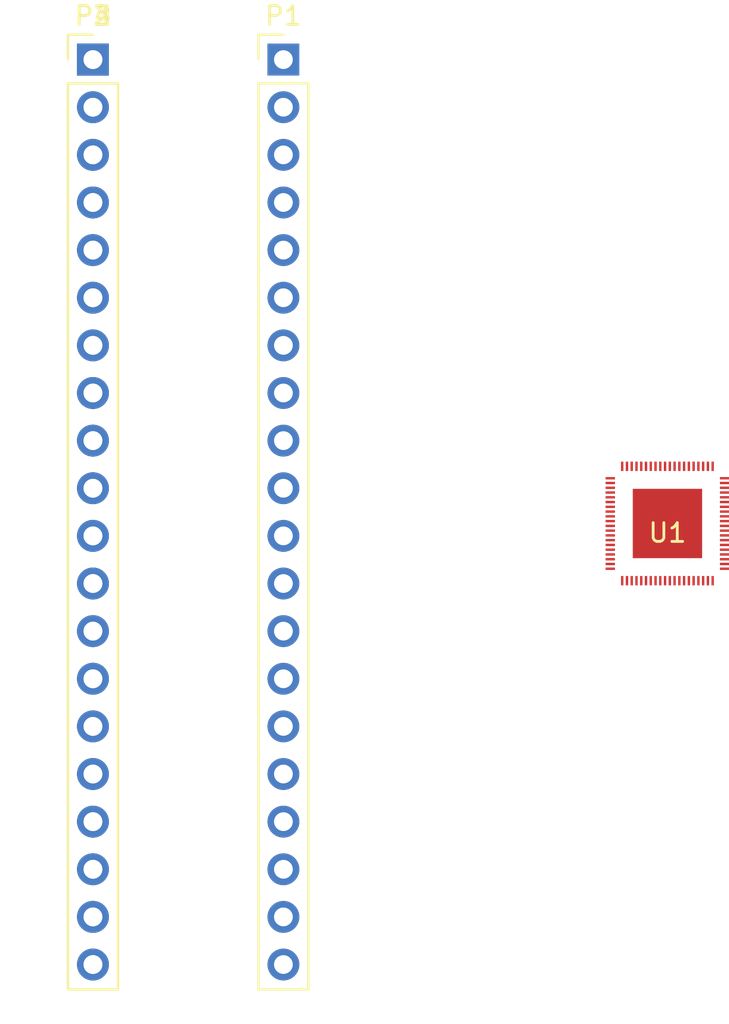
<source format=kicad_pcb>
(kicad_pcb (version 4) (host pcbnew 4.0.1-stable)

  (general
    (links 20)
    (no_connects 20)
    (area 0 0 0 0)
    (thickness 1.6)
    (drawings 0)
    (tracks 0)
    (zones 0)
    (modules 5)
    (nets 21)
  )

  (page A4)
  (layers
    (0 F.Cu signal)
    (31 B.Cu signal)
    (32 B.Adhes user)
    (33 F.Adhes user)
    (34 B.Paste user)
    (35 F.Paste user)
    (36 B.SilkS user)
    (37 F.SilkS user)
    (38 B.Mask user)
    (39 F.Mask user)
    (40 Dwgs.User user)
    (41 Cmts.User user)
    (42 Eco1.User user)
    (43 Eco2.User user)
    (44 Edge.Cuts user)
    (45 Margin user)
    (46 B.CrtYd user)
    (47 F.CrtYd user)
    (48 B.Fab user)
    (49 F.Fab user)
  )

  (setup
    (last_trace_width 0.25)
    (trace_clearance 0.2)
    (zone_clearance 0.508)
    (zone_45_only no)
    (trace_min 0.2)
    (segment_width 0.2)
    (edge_width 0.15)
    (via_size 0.8)
    (via_drill 0.4)
    (via_min_size 0.8)
    (via_min_drill 0.4)
    (uvia_size 0.3)
    (uvia_drill 0.1)
    (uvias_allowed no)
    (uvia_min_size 0.2)
    (uvia_min_drill 0.1)
    (pcb_text_width 0.3)
    (pcb_text_size 1.5 1.5)
    (mod_edge_width 0.15)
    (mod_text_size 1 1)
    (mod_text_width 0.15)
    (pad_size 1.524 1.524)
    (pad_drill 0.762)
    (pad_to_mask_clearance 0.2)
    (aux_axis_origin 0 0)
    (visible_elements 7FFFFFFF)
    (pcbplotparams
      (layerselection 0x00030_80000001)
      (usegerberextensions false)
      (excludeedgelayer true)
      (linewidth 0.100000)
      (plotframeref false)
      (viasonmask false)
      (mode 1)
      (useauxorigin false)
      (hpglpennumber 1)
      (hpglpenspeed 20)
      (hpglpendiameter 15)
      (hpglpenoverlay 2)
      (psnegative false)
      (psa4output false)
      (plotreference true)
      (plotvalue true)
      (plotinvisibletext false)
      (padsonsilk false)
      (subtractmaskfromsilk false)
      (outputformat 1)
      (mirror false)
      (drillshape 1)
      (scaleselection 1)
      (outputdirectory ""))
  )

  (net 0 "")
  (net 1 "Net-(P1-Pad1)")
  (net 2 "Net-(P1-Pad2)")
  (net 3 "Net-(P1-Pad3)")
  (net 4 "Net-(P1-Pad4)")
  (net 5 "Net-(P1-Pad5)")
  (net 6 "Net-(P1-Pad6)")
  (net 7 "Net-(P1-Pad7)")
  (net 8 "Net-(P1-Pad8)")
  (net 9 "Net-(P1-Pad9)")
  (net 10 "Net-(P1-Pad10)")
  (net 11 "Net-(P1-Pad11)")
  (net 12 "Net-(P1-Pad12)")
  (net 13 "Net-(P1-Pad13)")
  (net 14 "Net-(P1-Pad14)")
  (net 15 "Net-(P1-Pad15)")
  (net 16 "Net-(P1-Pad16)")
  (net 17 "Net-(P1-Pad17)")
  (net 18 "Net-(P1-Pad18)")
  (net 19 "Net-(P1-Pad19)")
  (net 20 "Net-(P1-Pad20)")

  (net_class Default "これは標準のネット クラスです。"
    (clearance 0.2)
    (trace_width 0.25)
    (via_dia 0.8)
    (via_drill 0.4)
    (uvia_dia 0.3)
    (uvia_drill 0.1)
    (add_net "Net-(P1-Pad1)")
    (add_net "Net-(P1-Pad10)")
    (add_net "Net-(P1-Pad11)")
    (add_net "Net-(P1-Pad12)")
    (add_net "Net-(P1-Pad13)")
    (add_net "Net-(P1-Pad14)")
    (add_net "Net-(P1-Pad15)")
    (add_net "Net-(P1-Pad16)")
    (add_net "Net-(P1-Pad17)")
    (add_net "Net-(P1-Pad18)")
    (add_net "Net-(P1-Pad19)")
    (add_net "Net-(P1-Pad2)")
    (add_net "Net-(P1-Pad20)")
    (add_net "Net-(P1-Pad3)")
    (add_net "Net-(P1-Pad4)")
    (add_net "Net-(P1-Pad5)")
    (add_net "Net-(P1-Pad6)")
    (add_net "Net-(P1-Pad7)")
    (add_net "Net-(P1-Pad8)")
    (add_net "Net-(P1-Pad9)")
  )

  (module dragonASICTestBoard:die80 (layer F.Cu) (tedit 5A5B82AA) (tstamp 5A5B8AE5)
    (at 148.5011 105.0036)
    (path /5A5B893E)
    (fp_text reference U1 (at 0 0.5) (layer F.SilkS)
      (effects (font (size 1 1) (thickness 0.15)))
    )
    (fp_text value die80 (at 0 -0.5) (layer F.Fab)
      (effects (font (size 1 1) (thickness 0.15)))
    )
    (pad 61 smd rect (at -3.05 -2.413 180) (size 0.5 0.127) (layers F.Cu F.Paste F.Mask)
      (net 1 "Net-(P1-Pad1)"))
    (pad 41 smd rect (at 2.413 -3.05 270) (size 0.5 0.127) (layers F.Cu F.Paste F.Mask))
    (pad 1 smd rect (at -2.413 3.05 270) (size 0.5 0.127) (layers F.Cu F.Paste F.Mask))
    (pad 0 smd rect (at 0 0) (size 3.7 3.7) (layers F.Cu F.Paste F.Mask))
    (pad 21 smd rect (at 3.05 2.413 180) (size 0.5 0.127) (layers F.Cu F.Paste F.Mask))
    (pad 22 smd rect (at 3.05 2.159 180) (size 0.5 0.127) (layers F.Cu F.Paste F.Mask))
    (pad 23 smd rect (at 3.05 1.905 180) (size 0.5 0.127) (layers F.Cu F.Paste F.Mask))
    (pad 24 smd rect (at 3.05 1.651 180) (size 0.5 0.127) (layers F.Cu F.Paste F.Mask))
    (pad 25 smd rect (at 3.05 1.397 180) (size 0.5 0.127) (layers F.Cu F.Paste F.Mask))
    (pad 26 smd rect (at 3.05 1.143 180) (size 0.5 0.127) (layers F.Cu F.Paste F.Mask))
    (pad 27 smd rect (at 3.05 0.889 180) (size 0.5 0.127) (layers F.Cu F.Paste F.Mask))
    (pad 28 smd rect (at 3.05 0.635 180) (size 0.5 0.127) (layers F.Cu F.Paste F.Mask))
    (pad 29 smd rect (at 3.05 0.381 180) (size 0.5 0.127) (layers F.Cu F.Paste F.Mask))
    (pad 30 smd rect (at 3.05 0.127 180) (size 0.5 0.127) (layers F.Cu F.Paste F.Mask))
    (pad 31 smd rect (at 3.05 -0.127 180) (size 0.5 0.127) (layers F.Cu F.Paste F.Mask))
    (pad 32 smd rect (at 3.05 -0.381 180) (size 0.5 0.127) (layers F.Cu F.Paste F.Mask))
    (pad 33 smd rect (at 3.05 -0.635 180) (size 0.5 0.127) (layers F.Cu F.Paste F.Mask))
    (pad 34 smd rect (at 3.05 -0.889 180) (size 0.5 0.127) (layers F.Cu F.Paste F.Mask))
    (pad 35 smd rect (at 3.05 -1.143 180) (size 0.5 0.127) (layers F.Cu F.Paste F.Mask))
    (pad 36 smd rect (at 3.05 -1.397 180) (size 0.5 0.127) (layers F.Cu F.Paste F.Mask))
    (pad 37 smd rect (at 3.05 -1.651 180) (size 0.5 0.127) (layers F.Cu F.Paste F.Mask))
    (pad 38 smd rect (at 3.05 -1.905 180) (size 0.5 0.127) (layers F.Cu F.Paste F.Mask))
    (pad 39 smd rect (at 3.05 -2.159 180) (size 0.5 0.127) (layers F.Cu F.Paste F.Mask))
    (pad 40 smd rect (at 3.05 -2.413 180) (size 0.5 0.127) (layers F.Cu F.Paste F.Mask))
    (pad 2 smd rect (at -2.159 3.05 270) (size 0.5 0.127) (layers F.Cu F.Paste F.Mask))
    (pad 3 smd rect (at -1.905 3.05 270) (size 0.5 0.127) (layers F.Cu F.Paste F.Mask))
    (pad 4 smd rect (at -1.651 3.05 270) (size 0.5 0.127) (layers F.Cu F.Paste F.Mask))
    (pad 5 smd rect (at -1.397 3.05 270) (size 0.5 0.127) (layers F.Cu F.Paste F.Mask))
    (pad 6 smd rect (at -1.143 3.05 270) (size 0.5 0.127) (layers F.Cu F.Paste F.Mask))
    (pad 7 smd rect (at -0.889 3.05 270) (size 0.5 0.127) (layers F.Cu F.Paste F.Mask))
    (pad 8 smd rect (at -0.635 3.05 270) (size 0.5 0.127) (layers F.Cu F.Paste F.Mask))
    (pad 9 smd rect (at -0.381 3.05 270) (size 0.5 0.127) (layers F.Cu F.Paste F.Mask))
    (pad 10 smd rect (at -0.127 3.05 270) (size 0.5 0.127) (layers F.Cu F.Paste F.Mask))
    (pad 11 smd rect (at 0.127 3.05 270) (size 0.5 0.127) (layers F.Cu F.Paste F.Mask))
    (pad 12 smd rect (at 0.381 3.05 270) (size 0.5 0.127) (layers F.Cu F.Paste F.Mask))
    (pad 13 smd rect (at 0.635 3.05 270) (size 0.5 0.127) (layers F.Cu F.Paste F.Mask))
    (pad 14 smd rect (at 0.889 3.05 270) (size 0.5 0.127) (layers F.Cu F.Paste F.Mask))
    (pad 15 smd rect (at 1.143 3.05 270) (size 0.5 0.127) (layers F.Cu F.Paste F.Mask))
    (pad 16 smd rect (at 1.397 3.05 270) (size 0.5 0.127) (layers F.Cu F.Paste F.Mask))
    (pad 17 smd rect (at 1.651 3.05 270) (size 0.5 0.127) (layers F.Cu F.Paste F.Mask))
    (pad 18 smd rect (at 1.905 3.05 270) (size 0.5 0.127) (layers F.Cu F.Paste F.Mask))
    (pad 19 smd rect (at 2.159 3.05 270) (size 0.5 0.127) (layers F.Cu F.Paste F.Mask))
    (pad 20 smd rect (at 2.413 3.05 270) (size 0.5 0.127) (layers F.Cu F.Paste F.Mask))
    (pad 42 smd rect (at 2.159 -3.05 270) (size 0.5 0.127) (layers F.Cu F.Paste F.Mask))
    (pad 43 smd rect (at 1.905 -3.05 270) (size 0.5 0.127) (layers F.Cu F.Paste F.Mask))
    (pad 44 smd rect (at 1.651 -3.05 270) (size 0.5 0.127) (layers F.Cu F.Paste F.Mask))
    (pad 45 smd rect (at 1.397 -3.05 270) (size 0.5 0.127) (layers F.Cu F.Paste F.Mask))
    (pad 46 smd rect (at 1.143 -3.05 270) (size 0.5 0.127) (layers F.Cu F.Paste F.Mask))
    (pad 47 smd rect (at 0.889 -3.05 270) (size 0.5 0.127) (layers F.Cu F.Paste F.Mask))
    (pad 48 smd rect (at 0.635 -3.05 270) (size 0.5 0.127) (layers F.Cu F.Paste F.Mask))
    (pad 49 smd rect (at 0.381 -3.05 270) (size 0.5 0.127) (layers F.Cu F.Paste F.Mask))
    (pad 50 smd rect (at 0.127 -3.05 270) (size 0.5 0.127) (layers F.Cu F.Paste F.Mask))
    (pad 51 smd rect (at -0.127 -3.05 270) (size 0.5 0.127) (layers F.Cu F.Paste F.Mask))
    (pad 52 smd rect (at -0.381 -3.05 270) (size 0.5 0.127) (layers F.Cu F.Paste F.Mask))
    (pad 53 smd rect (at -0.635 -3.05 270) (size 0.5 0.127) (layers F.Cu F.Paste F.Mask))
    (pad 54 smd rect (at -0.889 -3.05 270) (size 0.5 0.127) (layers F.Cu F.Paste F.Mask))
    (pad 55 smd rect (at -1.143 -3.05 270) (size 0.5 0.127) (layers F.Cu F.Paste F.Mask))
    (pad 56 smd rect (at -1.397 -3.05 270) (size 0.5 0.127) (layers F.Cu F.Paste F.Mask))
    (pad 57 smd rect (at -1.651 -3.05 270) (size 0.5 0.127) (layers F.Cu F.Paste F.Mask))
    (pad 58 smd rect (at -1.905 -3.05 270) (size 0.5 0.127) (layers F.Cu F.Paste F.Mask))
    (pad 59 smd rect (at -2.159 -3.05 270) (size 0.5 0.127) (layers F.Cu F.Paste F.Mask))
    (pad 60 smd rect (at -2.413 -3.05 270) (size 0.5 0.127) (layers F.Cu F.Paste F.Mask))
    (pad 62 smd rect (at -3.05 -2.159 180) (size 0.5 0.127) (layers F.Cu F.Paste F.Mask)
      (net 2 "Net-(P1-Pad2)"))
    (pad 63 smd rect (at -3.05 -1.905 180) (size 0.5 0.127) (layers F.Cu F.Paste F.Mask)
      (net 3 "Net-(P1-Pad3)"))
    (pad 64 smd rect (at -3.05 -1.651 180) (size 0.5 0.127) (layers F.Cu F.Paste F.Mask)
      (net 4 "Net-(P1-Pad4)"))
    (pad 65 smd rect (at -3.05 -1.397 180) (size 0.5 0.127) (layers F.Cu F.Paste F.Mask)
      (net 5 "Net-(P1-Pad5)"))
    (pad 66 smd rect (at -3.05 -1.143 180) (size 0.5 0.127) (layers F.Cu F.Paste F.Mask)
      (net 6 "Net-(P1-Pad6)"))
    (pad 67 smd rect (at -3.05 -0.889 180) (size 0.5 0.127) (layers F.Cu F.Paste F.Mask)
      (net 7 "Net-(P1-Pad7)"))
    (pad 68 smd rect (at -3.05 -0.635 180) (size 0.5 0.127) (layers F.Cu F.Paste F.Mask)
      (net 8 "Net-(P1-Pad8)"))
    (pad 69 smd rect (at -3.05 -0.381 180) (size 0.5 0.127) (layers F.Cu F.Paste F.Mask)
      (net 9 "Net-(P1-Pad9)"))
    (pad 70 smd rect (at -3.05 -0.127 180) (size 0.5 0.127) (layers F.Cu F.Paste F.Mask)
      (net 10 "Net-(P1-Pad10)"))
    (pad 71 smd rect (at -3.05 0.127 180) (size 0.5 0.127) (layers F.Cu F.Paste F.Mask)
      (net 11 "Net-(P1-Pad11)"))
    (pad 72 smd rect (at -3.05 0.381 180) (size 0.5 0.127) (layers F.Cu F.Paste F.Mask)
      (net 12 "Net-(P1-Pad12)"))
    (pad 73 smd rect (at -3.05 0.635 180) (size 0.5 0.127) (layers F.Cu F.Paste F.Mask)
      (net 13 "Net-(P1-Pad13)"))
    (pad 74 smd rect (at -3.05 0.889 180) (size 0.5 0.127) (layers F.Cu F.Paste F.Mask)
      (net 14 "Net-(P1-Pad14)"))
    (pad 75 smd rect (at -3.05 1.143 180) (size 0.5 0.127) (layers F.Cu F.Paste F.Mask)
      (net 15 "Net-(P1-Pad15)"))
    (pad 76 smd rect (at -3.05 1.397 180) (size 0.5 0.127) (layers F.Cu F.Paste F.Mask)
      (net 16 "Net-(P1-Pad16)"))
    (pad 77 smd rect (at -3.05 1.651 180) (size 0.5 0.127) (layers F.Cu F.Paste F.Mask)
      (net 17 "Net-(P1-Pad17)"))
    (pad 78 smd rect (at -3.05 1.905 180) (size 0.5 0.127) (layers F.Cu F.Paste F.Mask)
      (net 18 "Net-(P1-Pad18)"))
    (pad 79 smd rect (at -3.05 2.159 180) (size 0.5 0.127) (layers F.Cu F.Paste F.Mask)
      (net 19 "Net-(P1-Pad19)"))
    (pad 80 smd rect (at -3.05 2.413 180) (size 0.5 0.127) (layers F.Cu F.Paste F.Mask)
      (net 20 "Net-(P1-Pad20)"))
  )

  (module Pin_Headers:Pin_Header_Straight_1x20_Pitch2.54mm (layer F.Cu) (tedit 59650532) (tstamp 5A5B8EA6)
    (at 128.016 80.264)
    (descr "Through hole straight pin header, 1x20, 2.54mm pitch, single row")
    (tags "Through hole pin header THT 1x20 2.54mm single row")
    (path /5A5B901F)
    (fp_text reference P1 (at 0 -2.33) (layer F.SilkS)
      (effects (font (size 1 1) (thickness 0.15)))
    )
    (fp_text value CONN_01X20 (at 0 50.59) (layer F.Fab)
      (effects (font (size 1 1) (thickness 0.15)))
    )
    (fp_line (start -0.635 -1.27) (end 1.27 -1.27) (layer F.Fab) (width 0.1))
    (fp_line (start 1.27 -1.27) (end 1.27 49.53) (layer F.Fab) (width 0.1))
    (fp_line (start 1.27 49.53) (end -1.27 49.53) (layer F.Fab) (width 0.1))
    (fp_line (start -1.27 49.53) (end -1.27 -0.635) (layer F.Fab) (width 0.1))
    (fp_line (start -1.27 -0.635) (end -0.635 -1.27) (layer F.Fab) (width 0.1))
    (fp_line (start -1.33 49.59) (end 1.33 49.59) (layer F.SilkS) (width 0.12))
    (fp_line (start -1.33 1.27) (end -1.33 49.59) (layer F.SilkS) (width 0.12))
    (fp_line (start 1.33 1.27) (end 1.33 49.59) (layer F.SilkS) (width 0.12))
    (fp_line (start -1.33 1.27) (end 1.33 1.27) (layer F.SilkS) (width 0.12))
    (fp_line (start -1.33 0) (end -1.33 -1.33) (layer F.SilkS) (width 0.12))
    (fp_line (start -1.33 -1.33) (end 0 -1.33) (layer F.SilkS) (width 0.12))
    (fp_line (start -1.8 -1.8) (end -1.8 50.05) (layer F.CrtYd) (width 0.05))
    (fp_line (start -1.8 50.05) (end 1.8 50.05) (layer F.CrtYd) (width 0.05))
    (fp_line (start 1.8 50.05) (end 1.8 -1.8) (layer F.CrtYd) (width 0.05))
    (fp_line (start 1.8 -1.8) (end -1.8 -1.8) (layer F.CrtYd) (width 0.05))
    (fp_text user %R (at 0 24.13 90) (layer F.Fab)
      (effects (font (size 1 1) (thickness 0.15)))
    )
    (pad 1 thru_hole rect (at 0 0) (size 1.7 1.7) (drill 1) (layers *.Cu *.Mask)
      (net 1 "Net-(P1-Pad1)"))
    (pad 2 thru_hole oval (at 0 2.54) (size 1.7 1.7) (drill 1) (layers *.Cu *.Mask)
      (net 2 "Net-(P1-Pad2)"))
    (pad 3 thru_hole oval (at 0 5.08) (size 1.7 1.7) (drill 1) (layers *.Cu *.Mask)
      (net 3 "Net-(P1-Pad3)"))
    (pad 4 thru_hole oval (at 0 7.62) (size 1.7 1.7) (drill 1) (layers *.Cu *.Mask)
      (net 4 "Net-(P1-Pad4)"))
    (pad 5 thru_hole oval (at 0 10.16) (size 1.7 1.7) (drill 1) (layers *.Cu *.Mask)
      (net 5 "Net-(P1-Pad5)"))
    (pad 6 thru_hole oval (at 0 12.7) (size 1.7 1.7) (drill 1) (layers *.Cu *.Mask)
      (net 6 "Net-(P1-Pad6)"))
    (pad 7 thru_hole oval (at 0 15.24) (size 1.7 1.7) (drill 1) (layers *.Cu *.Mask)
      (net 7 "Net-(P1-Pad7)"))
    (pad 8 thru_hole oval (at 0 17.78) (size 1.7 1.7) (drill 1) (layers *.Cu *.Mask)
      (net 8 "Net-(P1-Pad8)"))
    (pad 9 thru_hole oval (at 0 20.32) (size 1.7 1.7) (drill 1) (layers *.Cu *.Mask)
      (net 9 "Net-(P1-Pad9)"))
    (pad 10 thru_hole oval (at 0 22.86) (size 1.7 1.7) (drill 1) (layers *.Cu *.Mask)
      (net 10 "Net-(P1-Pad10)"))
    (pad 11 thru_hole oval (at 0 25.4) (size 1.7 1.7) (drill 1) (layers *.Cu *.Mask)
      (net 11 "Net-(P1-Pad11)"))
    (pad 12 thru_hole oval (at 0 27.94) (size 1.7 1.7) (drill 1) (layers *.Cu *.Mask)
      (net 12 "Net-(P1-Pad12)"))
    (pad 13 thru_hole oval (at 0 30.48) (size 1.7 1.7) (drill 1) (layers *.Cu *.Mask)
      (net 13 "Net-(P1-Pad13)"))
    (pad 14 thru_hole oval (at 0 33.02) (size 1.7 1.7) (drill 1) (layers *.Cu *.Mask)
      (net 14 "Net-(P1-Pad14)"))
    (pad 15 thru_hole oval (at 0 35.56) (size 1.7 1.7) (drill 1) (layers *.Cu *.Mask)
      (net 15 "Net-(P1-Pad15)"))
    (pad 16 thru_hole oval (at 0 38.1) (size 1.7 1.7) (drill 1) (layers *.Cu *.Mask)
      (net 16 "Net-(P1-Pad16)"))
    (pad 17 thru_hole oval (at 0 40.64) (size 1.7 1.7) (drill 1) (layers *.Cu *.Mask)
      (net 17 "Net-(P1-Pad17)"))
    (pad 18 thru_hole oval (at 0 43.18) (size 1.7 1.7) (drill 1) (layers *.Cu *.Mask)
      (net 18 "Net-(P1-Pad18)"))
    (pad 19 thru_hole oval (at 0 45.72) (size 1.7 1.7) (drill 1) (layers *.Cu *.Mask)
      (net 19 "Net-(P1-Pad19)"))
    (pad 20 thru_hole oval (at 0 48.26) (size 1.7 1.7) (drill 1) (layers *.Cu *.Mask)
      (net 20 "Net-(P1-Pad20)"))
    (model ${KISYS3DMOD}/Pin_Headers.3dshapes/Pin_Header_Straight_1x20_Pitch2.54mm.wrl
      (at (xyz 0 0 0))
      (scale (xyz 1 1 1))
      (rotate (xyz 0 0 0))
    )
  )

  (module Pin_Headers:Pin_Header_Straight_1x20_Pitch2.54mm (layer F.Cu) (tedit 59650532) (tstamp 5A5B8EBE)
    (at 117.856 80.264)
    (descr "Through hole straight pin header, 1x20, 2.54mm pitch, single row")
    (tags "Through hole pin header THT 1x20 2.54mm single row")
    (path /5A5B9013)
    (fp_text reference P2 (at 0 -2.33) (layer F.SilkS)
      (effects (font (size 1 1) (thickness 0.15)))
    )
    (fp_text value CONN_01X20 (at 0 50.59) (layer F.Fab)
      (effects (font (size 1 1) (thickness 0.15)))
    )
    (fp_line (start -0.635 -1.27) (end 1.27 -1.27) (layer F.Fab) (width 0.1))
    (fp_line (start 1.27 -1.27) (end 1.27 49.53) (layer F.Fab) (width 0.1))
    (fp_line (start 1.27 49.53) (end -1.27 49.53) (layer F.Fab) (width 0.1))
    (fp_line (start -1.27 49.53) (end -1.27 -0.635) (layer F.Fab) (width 0.1))
    (fp_line (start -1.27 -0.635) (end -0.635 -1.27) (layer F.Fab) (width 0.1))
    (fp_line (start -1.33 49.59) (end 1.33 49.59) (layer F.SilkS) (width 0.12))
    (fp_line (start -1.33 1.27) (end -1.33 49.59) (layer F.SilkS) (width 0.12))
    (fp_line (start 1.33 1.27) (end 1.33 49.59) (layer F.SilkS) (width 0.12))
    (fp_line (start -1.33 1.27) (end 1.33 1.27) (layer F.SilkS) (width 0.12))
    (fp_line (start -1.33 0) (end -1.33 -1.33) (layer F.SilkS) (width 0.12))
    (fp_line (start -1.33 -1.33) (end 0 -1.33) (layer F.SilkS) (width 0.12))
    (fp_line (start -1.8 -1.8) (end -1.8 50.05) (layer F.CrtYd) (width 0.05))
    (fp_line (start -1.8 50.05) (end 1.8 50.05) (layer F.CrtYd) (width 0.05))
    (fp_line (start 1.8 50.05) (end 1.8 -1.8) (layer F.CrtYd) (width 0.05))
    (fp_line (start 1.8 -1.8) (end -1.8 -1.8) (layer F.CrtYd) (width 0.05))
    (fp_text user %R (at 0 24.13 90) (layer F.Fab)
      (effects (font (size 1 1) (thickness 0.15)))
    )
    (pad 1 thru_hole rect (at 0 0) (size 1.7 1.7) (drill 1) (layers *.Cu *.Mask))
    (pad 2 thru_hole oval (at 0 2.54) (size 1.7 1.7) (drill 1) (layers *.Cu *.Mask))
    (pad 3 thru_hole oval (at 0 5.08) (size 1.7 1.7) (drill 1) (layers *.Cu *.Mask))
    (pad 4 thru_hole oval (at 0 7.62) (size 1.7 1.7) (drill 1) (layers *.Cu *.Mask))
    (pad 5 thru_hole oval (at 0 10.16) (size 1.7 1.7) (drill 1) (layers *.Cu *.Mask))
    (pad 6 thru_hole oval (at 0 12.7) (size 1.7 1.7) (drill 1) (layers *.Cu *.Mask))
    (pad 7 thru_hole oval (at 0 15.24) (size 1.7 1.7) (drill 1) (layers *.Cu *.Mask))
    (pad 8 thru_hole oval (at 0 17.78) (size 1.7 1.7) (drill 1) (layers *.Cu *.Mask))
    (pad 9 thru_hole oval (at 0 20.32) (size 1.7 1.7) (drill 1) (layers *.Cu *.Mask))
    (pad 10 thru_hole oval (at 0 22.86) (size 1.7 1.7) (drill 1) (layers *.Cu *.Mask))
    (pad 11 thru_hole oval (at 0 25.4) (size 1.7 1.7) (drill 1) (layers *.Cu *.Mask))
    (pad 12 thru_hole oval (at 0 27.94) (size 1.7 1.7) (drill 1) (layers *.Cu *.Mask))
    (pad 13 thru_hole oval (at 0 30.48) (size 1.7 1.7) (drill 1) (layers *.Cu *.Mask))
    (pad 14 thru_hole oval (at 0 33.02) (size 1.7 1.7) (drill 1) (layers *.Cu *.Mask))
    (pad 15 thru_hole oval (at 0 35.56) (size 1.7 1.7) (drill 1) (layers *.Cu *.Mask))
    (pad 16 thru_hole oval (at 0 38.1) (size 1.7 1.7) (drill 1) (layers *.Cu *.Mask))
    (pad 17 thru_hole oval (at 0 40.64) (size 1.7 1.7) (drill 1) (layers *.Cu *.Mask))
    (pad 18 thru_hole oval (at 0 43.18) (size 1.7 1.7) (drill 1) (layers *.Cu *.Mask))
    (pad 19 thru_hole oval (at 0 45.72) (size 1.7 1.7) (drill 1) (layers *.Cu *.Mask))
    (pad 20 thru_hole oval (at 0 48.26) (size 1.7 1.7) (drill 1) (layers *.Cu *.Mask))
    (model ${KISYS3DMOD}/Pin_Headers.3dshapes/Pin_Header_Straight_1x20_Pitch2.54mm.wrl
      (at (xyz 0 0 0))
      (scale (xyz 1 1 1))
      (rotate (xyz 0 0 0))
    )
  )

  (module Pin_Headers:Pin_Header_Straight_1x20_Pitch2.54mm (layer F.Cu) (tedit 59650532) (tstamp 5A5B8ED6)
    (at 117.856 80.264)
    (descr "Through hole straight pin header, 1x20, 2.54mm pitch, single row")
    (tags "Through hole pin header THT 1x20 2.54mm single row")
    (path /5A5B8DE1)
    (fp_text reference P3 (at 0 -2.33) (layer F.SilkS)
      (effects (font (size 1 1) (thickness 0.15)))
    )
    (fp_text value CONN_01X20 (at 0 50.59) (layer F.Fab)
      (effects (font (size 1 1) (thickness 0.15)))
    )
    (fp_line (start -0.635 -1.27) (end 1.27 -1.27) (layer F.Fab) (width 0.1))
    (fp_line (start 1.27 -1.27) (end 1.27 49.53) (layer F.Fab) (width 0.1))
    (fp_line (start 1.27 49.53) (end -1.27 49.53) (layer F.Fab) (width 0.1))
    (fp_line (start -1.27 49.53) (end -1.27 -0.635) (layer F.Fab) (width 0.1))
    (fp_line (start -1.27 -0.635) (end -0.635 -1.27) (layer F.Fab) (width 0.1))
    (fp_line (start -1.33 49.59) (end 1.33 49.59) (layer F.SilkS) (width 0.12))
    (fp_line (start -1.33 1.27) (end -1.33 49.59) (layer F.SilkS) (width 0.12))
    (fp_line (start 1.33 1.27) (end 1.33 49.59) (layer F.SilkS) (width 0.12))
    (fp_line (start -1.33 1.27) (end 1.33 1.27) (layer F.SilkS) (width 0.12))
    (fp_line (start -1.33 0) (end -1.33 -1.33) (layer F.SilkS) (width 0.12))
    (fp_line (start -1.33 -1.33) (end 0 -1.33) (layer F.SilkS) (width 0.12))
    (fp_line (start -1.8 -1.8) (end -1.8 50.05) (layer F.CrtYd) (width 0.05))
    (fp_line (start -1.8 50.05) (end 1.8 50.05) (layer F.CrtYd) (width 0.05))
    (fp_line (start 1.8 50.05) (end 1.8 -1.8) (layer F.CrtYd) (width 0.05))
    (fp_line (start 1.8 -1.8) (end -1.8 -1.8) (layer F.CrtYd) (width 0.05))
    (fp_text user %R (at 0 24.13 90) (layer F.Fab)
      (effects (font (size 1 1) (thickness 0.15)))
    )
    (pad 1 thru_hole rect (at 0 0) (size 1.7 1.7) (drill 1) (layers *.Cu *.Mask))
    (pad 2 thru_hole oval (at 0 2.54) (size 1.7 1.7) (drill 1) (layers *.Cu *.Mask))
    (pad 3 thru_hole oval (at 0 5.08) (size 1.7 1.7) (drill 1) (layers *.Cu *.Mask))
    (pad 4 thru_hole oval (at 0 7.62) (size 1.7 1.7) (drill 1) (layers *.Cu *.Mask))
    (pad 5 thru_hole oval (at 0 10.16) (size 1.7 1.7) (drill 1) (layers *.Cu *.Mask))
    (pad 6 thru_hole oval (at 0 12.7) (size 1.7 1.7) (drill 1) (layers *.Cu *.Mask))
    (pad 7 thru_hole oval (at 0 15.24) (size 1.7 1.7) (drill 1) (layers *.Cu *.Mask))
    (pad 8 thru_hole oval (at 0 17.78) (size 1.7 1.7) (drill 1) (layers *.Cu *.Mask))
    (pad 9 thru_hole oval (at 0 20.32) (size 1.7 1.7) (drill 1) (layers *.Cu *.Mask))
    (pad 10 thru_hole oval (at 0 22.86) (size 1.7 1.7) (drill 1) (layers *.Cu *.Mask))
    (pad 11 thru_hole oval (at 0 25.4) (size 1.7 1.7) (drill 1) (layers *.Cu *.Mask))
    (pad 12 thru_hole oval (at 0 27.94) (size 1.7 1.7) (drill 1) (layers *.Cu *.Mask))
    (pad 13 thru_hole oval (at 0 30.48) (size 1.7 1.7) (drill 1) (layers *.Cu *.Mask))
    (pad 14 thru_hole oval (at 0 33.02) (size 1.7 1.7) (drill 1) (layers *.Cu *.Mask))
    (pad 15 thru_hole oval (at 0 35.56) (size 1.7 1.7) (drill 1) (layers *.Cu *.Mask))
    (pad 16 thru_hole oval (at 0 38.1) (size 1.7 1.7) (drill 1) (layers *.Cu *.Mask))
    (pad 17 thru_hole oval (at 0 40.64) (size 1.7 1.7) (drill 1) (layers *.Cu *.Mask))
    (pad 18 thru_hole oval (at 0 43.18) (size 1.7 1.7) (drill 1) (layers *.Cu *.Mask))
    (pad 19 thru_hole oval (at 0 45.72) (size 1.7 1.7) (drill 1) (layers *.Cu *.Mask))
    (pad 20 thru_hole oval (at 0 48.26) (size 1.7 1.7) (drill 1) (layers *.Cu *.Mask))
    (model ${KISYS3DMOD}/Pin_Headers.3dshapes/Pin_Header_Straight_1x20_Pitch2.54mm.wrl
      (at (xyz 0 0 0))
      (scale (xyz 1 1 1))
      (rotate (xyz 0 0 0))
    )
  )

  (module Pin_Headers:Pin_Header_Straight_1x20_Pitch2.54mm (layer F.Cu) (tedit 59650532) (tstamp 5A5B8EEE)
    (at 117.856 80.264)
    (descr "Through hole straight pin header, 1x20, 2.54mm pitch, single row")
    (tags "Through hole pin header THT 1x20 2.54mm single row")
    (path /5A5B8C2A)
    (fp_text reference P4 (at 0 -2.33) (layer F.SilkS)
      (effects (font (size 1 1) (thickness 0.15)))
    )
    (fp_text value CONN_01X20 (at 0 50.59) (layer F.Fab)
      (effects (font (size 1 1) (thickness 0.15)))
    )
    (fp_line (start -0.635 -1.27) (end 1.27 -1.27) (layer F.Fab) (width 0.1))
    (fp_line (start 1.27 -1.27) (end 1.27 49.53) (layer F.Fab) (width 0.1))
    (fp_line (start 1.27 49.53) (end -1.27 49.53) (layer F.Fab) (width 0.1))
    (fp_line (start -1.27 49.53) (end -1.27 -0.635) (layer F.Fab) (width 0.1))
    (fp_line (start -1.27 -0.635) (end -0.635 -1.27) (layer F.Fab) (width 0.1))
    (fp_line (start -1.33 49.59) (end 1.33 49.59) (layer F.SilkS) (width 0.12))
    (fp_line (start -1.33 1.27) (end -1.33 49.59) (layer F.SilkS) (width 0.12))
    (fp_line (start 1.33 1.27) (end 1.33 49.59) (layer F.SilkS) (width 0.12))
    (fp_line (start -1.33 1.27) (end 1.33 1.27) (layer F.SilkS) (width 0.12))
    (fp_line (start -1.33 0) (end -1.33 -1.33) (layer F.SilkS) (width 0.12))
    (fp_line (start -1.33 -1.33) (end 0 -1.33) (layer F.SilkS) (width 0.12))
    (fp_line (start -1.8 -1.8) (end -1.8 50.05) (layer F.CrtYd) (width 0.05))
    (fp_line (start -1.8 50.05) (end 1.8 50.05) (layer F.CrtYd) (width 0.05))
    (fp_line (start 1.8 50.05) (end 1.8 -1.8) (layer F.CrtYd) (width 0.05))
    (fp_line (start 1.8 -1.8) (end -1.8 -1.8) (layer F.CrtYd) (width 0.05))
    (fp_text user %R (at 0 24.13 90) (layer F.Fab)
      (effects (font (size 1 1) (thickness 0.15)))
    )
    (pad 1 thru_hole rect (at 0 0) (size 1.7 1.7) (drill 1) (layers *.Cu *.Mask))
    (pad 2 thru_hole oval (at 0 2.54) (size 1.7 1.7) (drill 1) (layers *.Cu *.Mask))
    (pad 3 thru_hole oval (at 0 5.08) (size 1.7 1.7) (drill 1) (layers *.Cu *.Mask))
    (pad 4 thru_hole oval (at 0 7.62) (size 1.7 1.7) (drill 1) (layers *.Cu *.Mask))
    (pad 5 thru_hole oval (at 0 10.16) (size 1.7 1.7) (drill 1) (layers *.Cu *.Mask))
    (pad 6 thru_hole oval (at 0 12.7) (size 1.7 1.7) (drill 1) (layers *.Cu *.Mask))
    (pad 7 thru_hole oval (at 0 15.24) (size 1.7 1.7) (drill 1) (layers *.Cu *.Mask))
    (pad 8 thru_hole oval (at 0 17.78) (size 1.7 1.7) (drill 1) (layers *.Cu *.Mask))
    (pad 9 thru_hole oval (at 0 20.32) (size 1.7 1.7) (drill 1) (layers *.Cu *.Mask))
    (pad 10 thru_hole oval (at 0 22.86) (size 1.7 1.7) (drill 1) (layers *.Cu *.Mask))
    (pad 11 thru_hole oval (at 0 25.4) (size 1.7 1.7) (drill 1) (layers *.Cu *.Mask))
    (pad 12 thru_hole oval (at 0 27.94) (size 1.7 1.7) (drill 1) (layers *.Cu *.Mask))
    (pad 13 thru_hole oval (at 0 30.48) (size 1.7 1.7) (drill 1) (layers *.Cu *.Mask))
    (pad 14 thru_hole oval (at 0 33.02) (size 1.7 1.7) (drill 1) (layers *.Cu *.Mask))
    (pad 15 thru_hole oval (at 0 35.56) (size 1.7 1.7) (drill 1) (layers *.Cu *.Mask))
    (pad 16 thru_hole oval (at 0 38.1) (size 1.7 1.7) (drill 1) (layers *.Cu *.Mask))
    (pad 17 thru_hole oval (at 0 40.64) (size 1.7 1.7) (drill 1) (layers *.Cu *.Mask))
    (pad 18 thru_hole oval (at 0 43.18) (size 1.7 1.7) (drill 1) (layers *.Cu *.Mask))
    (pad 19 thru_hole oval (at 0 45.72) (size 1.7 1.7) (drill 1) (layers *.Cu *.Mask))
    (pad 20 thru_hole oval (at 0 48.26) (size 1.7 1.7) (drill 1) (layers *.Cu *.Mask))
    (model ${KISYS3DMOD}/Pin_Headers.3dshapes/Pin_Header_Straight_1x20_Pitch2.54mm.wrl
      (at (xyz 0 0 0))
      (scale (xyz 1 1 1))
      (rotate (xyz 0 0 0))
    )
  )

)

</source>
